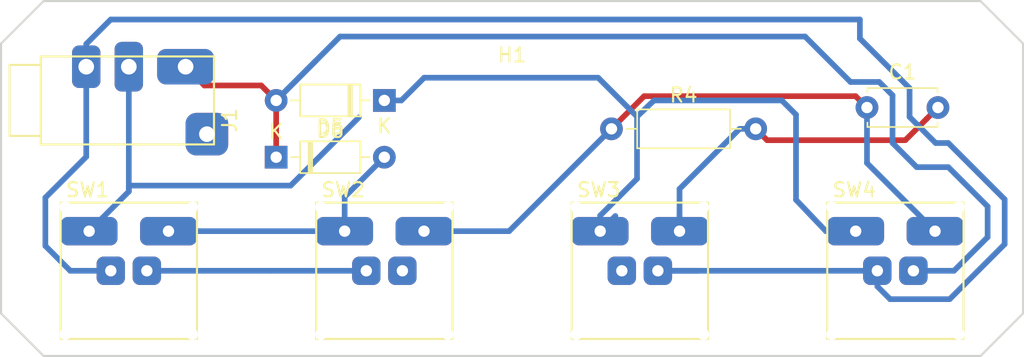
<source format=kicad_pcb>
(kicad_pcb (version 20171130) (host pcbnew "(5.0.1-3-g963ef8bb5)")

  (general
    (thickness 1.6)
    (drawings 8)
    (tracks 82)
    (zones 0)
    (modules 10)
    (nets 7)
  )

  (page A4)
  (layers
    (0 F.Cu signal)
    (31 B.Cu signal)
    (32 B.Adhes user)
    (33 F.Adhes user)
    (34 B.Paste user)
    (35 F.Paste user)
    (36 B.SilkS user)
    (37 F.SilkS user)
    (38 B.Mask user)
    (39 F.Mask user)
    (40 Dwgs.User user)
    (41 Cmts.User user)
    (42 Eco1.User user)
    (43 Eco2.User user)
    (44 Edge.Cuts user)
    (45 Margin user)
    (46 B.CrtYd user)
    (47 F.CrtYd user)
    (48 B.Fab user)
    (49 F.Fab user)
  )

  (setup
    (last_trace_width 0.4)
    (trace_clearance 0.8)
    (zone_clearance 0.508)
    (zone_45_only no)
    (trace_min 0.2)
    (segment_width 0.2)
    (edge_width 0.15)
    (via_size 1)
    (via_drill 0.8)
    (via_min_size 0.4)
    (via_min_drill 0.3)
    (uvia_size 0.3)
    (uvia_drill 0.1)
    (uvias_allowed no)
    (uvia_min_size 0.2)
    (uvia_min_drill 0.1)
    (pcb_text_width 0.3)
    (pcb_text_size 1.5 1.5)
    (mod_edge_width 0.15)
    (mod_text_size 1 1)
    (mod_text_width 0.15)
    (pad_size 1.524 1.524)
    (pad_drill 0.762)
    (pad_to_mask_clearance 0.051)
    (solder_mask_min_width 0.25)
    (aux_axis_origin 0 0)
    (visible_elements FFFFFF7F)
    (pcbplotparams
      (layerselection 0x010fc_ffffffff)
      (usegerberextensions false)
      (usegerberattributes false)
      (usegerberadvancedattributes false)
      (creategerberjobfile false)
      (excludeedgelayer true)
      (linewidth 0.100000)
      (plotframeref false)
      (viasonmask false)
      (mode 1)
      (useauxorigin false)
      (hpglpennumber 1)
      (hpglpenspeed 20)
      (hpglpendiameter 15.000000)
      (psnegative false)
      (psa4output false)
      (plotreference true)
      (plotvalue true)
      (plotinvisibletext false)
      (padsonsilk false)
      (subtractmaskfromsilk false)
      (outputformat 1)
      (mirror false)
      (drillshape 0)
      (scaleselection 1)
      (outputdirectory "./plots"))
  )

  (net 0 "")
  (net 1 "Net-(D5-Pad2)")
  (net 2 "Net-(D6-Pad1)")
  (net 3 "Net-(C1-Pad2)")
  (net 4 "Net-(C1-Pad1)")
  (net 5 "Net-(D5-Pad1)")
  (net 6 "Net-(J1-PadS)")

  (net_class Default "This is the default net class."
    (clearance 0.8)
    (trace_width 0.4)
    (via_dia 1)
    (via_drill 0.8)
    (uvia_dia 0.3)
    (uvia_drill 0.1)
    (add_net "Net-(C1-Pad1)")
    (add_net "Net-(C1-Pad2)")
    (add_net "Net-(D5-Pad1)")
    (add_net "Net-(D5-Pad2)")
    (add_net "Net-(D6-Pad1)")
    (add_net "Net-(J1-PadS)")
  )

  (module Capacitor_THT:C_Disc_D4.7mm_W2.5mm_P5.00mm (layer F.Cu) (tedit 5AE50EF0) (tstamp 5C641A16)
    (at 128 102.5)
    (descr "C, Disc series, Radial, pin pitch=5.00mm, , diameter*width=4.7*2.5mm^2, Capacitor, http://www.vishay.com/docs/45233/krseries.pdf")
    (tags "C Disc series Radial pin pitch 5.00mm  diameter 4.7mm width 2.5mm Capacitor")
    (path /5C6268F8)
    (fp_text reference C1 (at 2.5 -2.5) (layer F.SilkS)
      (effects (font (size 1 1) (thickness 0.15)))
    )
    (fp_text value 0.1uF (at 2.5 2.5) (layer F.Fab)
      (effects (font (size 1 1) (thickness 0.15)))
    )
    (fp_line (start 0.15 -1.25) (end 0.15 1.25) (layer F.Fab) (width 0.1))
    (fp_line (start 0.15 1.25) (end 4.85 1.25) (layer F.Fab) (width 0.1))
    (fp_line (start 4.85 1.25) (end 4.85 -1.25) (layer F.Fab) (width 0.1))
    (fp_line (start 4.85 -1.25) (end 0.15 -1.25) (layer F.Fab) (width 0.1))
    (fp_line (start 0.03 -1.37) (end 4.97 -1.37) (layer F.SilkS) (width 0.12))
    (fp_line (start 0.03 1.37) (end 4.97 1.37) (layer F.SilkS) (width 0.12))
    (fp_line (start 0.03 -1.37) (end 0.03 -1.055) (layer F.SilkS) (width 0.12))
    (fp_line (start 0.03 1.055) (end 0.03 1.37) (layer F.SilkS) (width 0.12))
    (fp_line (start 4.97 -1.37) (end 4.97 -1.055) (layer F.SilkS) (width 0.12))
    (fp_line (start 4.97 1.055) (end 4.97 1.37) (layer F.SilkS) (width 0.12))
    (fp_line (start -1.05 -1.5) (end -1.05 1.5) (layer F.CrtYd) (width 0.05))
    (fp_line (start -1.05 1.5) (end 6.05 1.5) (layer F.CrtYd) (width 0.05))
    (fp_line (start 6.05 1.5) (end 6.05 -1.5) (layer F.CrtYd) (width 0.05))
    (fp_line (start 6.05 -1.5) (end -1.05 -1.5) (layer F.CrtYd) (width 0.05))
    (fp_text user %R (at 2.5 0) (layer F.Fab)
      (effects (font (size 0.94 0.94) (thickness 0.141)))
    )
    (pad 1 thru_hole circle (at 0 0) (size 1.6 1.6) (drill 0.8) (layers *.Cu *.Mask)
      (net 4 "Net-(C1-Pad1)"))
    (pad 2 thru_hole circle (at 5 0) (size 1.6 1.6) (drill 0.8) (layers *.Cu *.Mask)
      (net 3 "Net-(C1-Pad2)"))
    (model ${KISYS3DMOD}/Capacitor_THT.3dshapes/C_Disc_D4.7mm_W2.5mm_P5.00mm.wrl
      (at (xyz 0 0 0))
      (scale (xyz 1 1 1))
      (rotate (xyz 0 0 0))
    )
  )

  (module SW_LightedPush_ITW_Series39 (layer F.Cu) (tedit 5C624FA5) (tstamp 5C63A0D8)
    (at 94 114)
    (path /5C656F01)
    (fp_text reference SW2 (at -2.9 -5.7) (layer F.SilkS)
      (effects (font (size 1 1) (thickness 0.15)))
    )
    (fp_text value SW_Push_LED_Separate (at 0 6.3) (layer F.Fab) hide
      (effects (font (size 1 1) (thickness 0.15)))
    )
    (fp_line (start 4.8 4.8) (end 4.8 -4.8) (layer F.SilkS) (width 0.15))
    (fp_line (start -4.8 4.8) (end 4.8 4.8) (layer F.SilkS) (width 0.15))
    (fp_line (start -4.8 -4.8) (end -4.8 4.8) (layer F.SilkS) (width 0.15))
    (fp_line (start 4.8 -4.8) (end -4.8 -4.8) (layer F.SilkS) (width 0.15))
    (pad "" np_thru_hole circle (at -4.48 -4.48) (size 0.8 0.8) (drill 0.8) (layers *.Cu *.Mask))
    (pad "" np_thru_hole circle (at 4.48 -4.48) (size 0.8 0.8) (drill 0.8) (layers *.Cu *.Mask))
    (pad "" np_thru_hole circle (at -4.48 4.48) (size 0.8 0.8) (drill 0.8) (layers *.Cu *.Mask))
    (pad "" np_thru_hole circle (at 4.48 4.48) (size 0.8 0.8) (drill 0.8) (layers *.Cu *.Mask))
    (pad 4 thru_hole roundrect (at -1.27 0) (size 2 2) (drill 0.8) (layers *.Cu *.Mask) (roundrect_rratio 0.25)
      (net 3 "Net-(C1-Pad2)"))
    (pad 3 thru_hole roundrect (at 1.27 0) (size 2 2) (drill 0.8) (layers *.Cu *.Mask) (roundrect_rratio 0.25)
      (net 6 "Net-(J1-PadS)"))
    (pad 2 thru_hole roundrect (at 2.795 -2.79) (size 4 2) (drill 0.8) (layers *.Cu *.Mask) (roundrect_rratio 0.25)
      (net 4 "Net-(C1-Pad1)"))
    (pad 1 thru_hole roundrect (at -2.795 -2.79) (size 4 2) (drill 0.8) (layers *.Cu *.Mask) (roundrect_rratio 0.25)
      (net 1 "Net-(D5-Pad2)"))
  )

  (module SW_LightedPush_ITW_Series39 (layer F.Cu) (tedit 5C624FA5) (tstamp 5C63A0F6)
    (at 130 114)
    (path /5C6597F9)
    (fp_text reference SW4 (at -2.9 -5.7) (layer F.SilkS)
      (effects (font (size 1 1) (thickness 0.15)))
    )
    (fp_text value SW_Push_LED_Separate (at 0 6.3) (layer F.Fab) hide
      (effects (font (size 1 1) (thickness 0.15)))
    )
    (fp_line (start 4.8 4.8) (end 4.8 -4.8) (layer F.SilkS) (width 0.15))
    (fp_line (start -4.8 4.8) (end 4.8 4.8) (layer F.SilkS) (width 0.15))
    (fp_line (start -4.8 -4.8) (end -4.8 4.8) (layer F.SilkS) (width 0.15))
    (fp_line (start 4.8 -4.8) (end -4.8 -4.8) (layer F.SilkS) (width 0.15))
    (pad "" np_thru_hole circle (at -4.48 -4.48) (size 0.8 0.8) (drill 0.8) (layers *.Cu *.Mask))
    (pad "" np_thru_hole circle (at 4.48 -4.48) (size 0.8 0.8) (drill 0.8) (layers *.Cu *.Mask))
    (pad "" np_thru_hole circle (at -4.48 4.48) (size 0.8 0.8) (drill 0.8) (layers *.Cu *.Mask))
    (pad "" np_thru_hole circle (at 4.48 4.48) (size 0.8 0.8) (drill 0.8) (layers *.Cu *.Mask))
    (pad 4 thru_hole roundrect (at -1.27 0) (size 2 2) (drill 0.8) (layers *.Cu *.Mask) (roundrect_rratio 0.25)
      (net 6 "Net-(J1-PadS)"))
    (pad 3 thru_hole roundrect (at 1.27 0) (size 2 2) (drill 0.8) (layers *.Cu *.Mask) (roundrect_rratio 0.25)
      (net 5 "Net-(D5-Pad1)"))
    (pad 2 thru_hole roundrect (at 2.795 -2.79) (size 4 2) (drill 0.8) (layers *.Cu *.Mask) (roundrect_rratio 0.25)
      (net 4 "Net-(C1-Pad1)"))
    (pad 1 thru_hole roundrect (at -2.795 -2.79) (size 4 2) (drill 0.8) (layers *.Cu *.Mask) (roundrect_rratio 0.25)
      (net 2 "Net-(D6-Pad1)"))
  )

  (module SW_LightedPush_ITW_Series39 (layer F.Cu) (tedit 5C624FA5) (tstamp 5C63A0E7)
    (at 112 114)
    (path /5C6582DF)
    (fp_text reference SW3 (at -2.9 -5.7) (layer F.SilkS)
      (effects (font (size 1 1) (thickness 0.15)))
    )
    (fp_text value SW_Push_LED_Separate (at 0 6.3) (layer F.Fab) hide
      (effects (font (size 1 1) (thickness 0.15)))
    )
    (fp_line (start 4.8 -4.8) (end -4.8 -4.8) (layer F.SilkS) (width 0.15))
    (fp_line (start -4.8 -4.8) (end -4.8 4.8) (layer F.SilkS) (width 0.15))
    (fp_line (start -4.8 4.8) (end 4.8 4.8) (layer F.SilkS) (width 0.15))
    (fp_line (start 4.8 4.8) (end 4.8 -4.8) (layer F.SilkS) (width 0.15))
    (pad 1 thru_hole roundrect (at -2.795 -2.79) (size 4 2) (drill 0.8) (layers *.Cu *.Mask) (roundrect_rratio 0.25)
      (net 2 "Net-(D6-Pad1)"))
    (pad 2 thru_hole roundrect (at 2.795 -2.79) (size 4 2) (drill 0.8) (layers *.Cu *.Mask) (roundrect_rratio 0.25)
      (net 3 "Net-(C1-Pad2)"))
    (pad 3 thru_hole roundrect (at 1.27 0) (size 2 2) (drill 0.8) (layers *.Cu *.Mask) (roundrect_rratio 0.25)
      (net 6 "Net-(J1-PadS)"))
    (pad 4 thru_hole roundrect (at -1.27 0) (size 2 2) (drill 0.8) (layers *.Cu *.Mask) (roundrect_rratio 0.25)
      (net 5 "Net-(D5-Pad1)"))
    (pad "" np_thru_hole circle (at 4.48 4.48) (size 0.8 0.8) (drill 0.8) (layers *.Cu *.Mask))
    (pad "" np_thru_hole circle (at -4.48 4.48) (size 0.8 0.8) (drill 0.8) (layers *.Cu *.Mask))
    (pad "" np_thru_hole circle (at 4.48 -4.48) (size 0.8 0.8) (drill 0.8) (layers *.Cu *.Mask))
    (pad "" np_thru_hole circle (at -4.48 -4.48) (size 0.8 0.8) (drill 0.8) (layers *.Cu *.Mask))
  )

  (module Diode_THT:D_DO-35_SOD27_P7.62mm_Horizontal (layer F.Cu) (tedit 5AE50CD5) (tstamp 5C639734)
    (at 86.38 106)
    (descr "Diode, DO-35_SOD27 series, Axial, Horizontal, pin pitch=7.62mm, , length*diameter=4*2mm^2, , http://www.diodes.com/_files/packages/DO-35.pdf")
    (tags "Diode DO-35_SOD27 series Axial Horizontal pin pitch 7.62mm  length 4mm diameter 2mm")
    (path /5C5F5DB6)
    (fp_text reference D5 (at 3.81 -2.12) (layer F.SilkS)
      (effects (font (size 1 1) (thickness 0.15)))
    )
    (fp_text value 1N4001 (at 1 2) (layer F.Fab)
      (effects (font (size 1 1) (thickness 0.15)))
    )
    (fp_text user K (at 0 -1.8) (layer F.SilkS)
      (effects (font (size 1 1) (thickness 0.15)))
    )
    (fp_text user K (at 0 -1.8) (layer F.Fab)
      (effects (font (size 1 1) (thickness 0.15)))
    )
    (fp_text user %R (at 5.81 0) (layer F.Fab)
      (effects (font (size 0.8 0.8) (thickness 0.12)))
    )
    (fp_line (start 8.67 -1.25) (end -1.05 -1.25) (layer F.CrtYd) (width 0.05))
    (fp_line (start 8.67 1.25) (end 8.67 -1.25) (layer F.CrtYd) (width 0.05))
    (fp_line (start -1.05 1.25) (end 8.67 1.25) (layer F.CrtYd) (width 0.05))
    (fp_line (start -1.05 -1.25) (end -1.05 1.25) (layer F.CrtYd) (width 0.05))
    (fp_line (start 2.29 -1.12) (end 2.29 1.12) (layer F.SilkS) (width 0.12))
    (fp_line (start 2.53 -1.12) (end 2.53 1.12) (layer F.SilkS) (width 0.12))
    (fp_line (start 2.41 -1.12) (end 2.41 1.12) (layer F.SilkS) (width 0.12))
    (fp_line (start 6.58 0) (end 5.93 0) (layer F.SilkS) (width 0.12))
    (fp_line (start 1.04 0) (end 1.69 0) (layer F.SilkS) (width 0.12))
    (fp_line (start 5.93 -1.12) (end 1.69 -1.12) (layer F.SilkS) (width 0.12))
    (fp_line (start 5.93 1.12) (end 5.93 -1.12) (layer F.SilkS) (width 0.12))
    (fp_line (start 1.69 1.12) (end 5.93 1.12) (layer F.SilkS) (width 0.12))
    (fp_line (start 1.69 -1.12) (end 1.69 1.12) (layer F.SilkS) (width 0.12))
    (fp_line (start 2.31 -1) (end 2.31 1) (layer F.Fab) (width 0.1))
    (fp_line (start 2.51 -1) (end 2.51 1) (layer F.Fab) (width 0.1))
    (fp_line (start 2.41 -1) (end 2.41 1) (layer F.Fab) (width 0.1))
    (fp_line (start 7.62 0) (end 5.81 0) (layer F.Fab) (width 0.1))
    (fp_line (start 0 0) (end 1.81 0) (layer F.Fab) (width 0.1))
    (fp_line (start 5.81 -1) (end 1.81 -1) (layer F.Fab) (width 0.1))
    (fp_line (start 5.81 1) (end 5.81 -1) (layer F.Fab) (width 0.1))
    (fp_line (start 1.81 1) (end 5.81 1) (layer F.Fab) (width 0.1))
    (fp_line (start 1.81 -1) (end 1.81 1) (layer F.Fab) (width 0.1))
    (pad 2 thru_hole oval (at 7.62 0) (size 1.6 1.6) (drill 0.8) (layers *.Cu *.Mask)
      (net 1 "Net-(D5-Pad2)"))
    (pad 1 thru_hole rect (at 0 0) (size 1.6 1.6) (drill 0.8) (layers *.Cu *.Mask)
      (net 5 "Net-(D5-Pad1)"))
    (model ${KISYS3DMOD}/Diode_THT.3dshapes/D_DO-35_SOD27_P7.62mm_Horizontal.wrl
      (at (xyz 0 0 0))
      (scale (xyz 1 1 1))
      (rotate (xyz 0 0 0))
    )
  )

  (module SW_LightedPush_ITW_Series39 (layer F.Cu) (tedit 5C624FA5) (tstamp 5C63A0C9)
    (at 76 114)
    (path /5C653A43)
    (fp_text reference SW1 (at -2.9 -5.7) (layer F.SilkS)
      (effects (font (size 1 1) (thickness 0.15)))
    )
    (fp_text value SW_Push_LED_Separate (at 0 6.3) (layer F.Fab) hide
      (effects (font (size 1 1) (thickness 0.15)))
    )
    (fp_line (start 4.8 -4.8) (end -4.8 -4.8) (layer F.SilkS) (width 0.15))
    (fp_line (start -4.8 -4.8) (end -4.8 4.8) (layer F.SilkS) (width 0.15))
    (fp_line (start -4.8 4.8) (end 4.8 4.8) (layer F.SilkS) (width 0.15))
    (fp_line (start 4.8 4.8) (end 4.8 -4.8) (layer F.SilkS) (width 0.15))
    (pad 1 thru_hole roundrect (at -2.795 -2.79) (size 4 2) (drill 0.8) (layers *.Cu *.Mask) (roundrect_rratio 0.25)
      (net 3 "Net-(C1-Pad2)"))
    (pad 2 thru_hole roundrect (at 2.795 -2.79) (size 4 2) (drill 0.8) (layers *.Cu *.Mask) (roundrect_rratio 0.25)
      (net 1 "Net-(D5-Pad2)"))
    (pad 3 thru_hole roundrect (at 1.27 0) (size 2 2) (drill 0.8) (layers *.Cu *.Mask) (roundrect_rratio 0.25)
      (net 3 "Net-(C1-Pad2)"))
    (pad 4 thru_hole roundrect (at -1.27 0) (size 2 2) (drill 0.8) (layers *.Cu *.Mask) (roundrect_rratio 0.25)
      (net 6 "Net-(J1-PadS)"))
    (pad "" np_thru_hole circle (at 4.48 4.48) (size 0.8 0.8) (drill 0.8) (layers *.Cu *.Mask))
    (pad "" np_thru_hole circle (at -4.48 4.48) (size 0.8 0.8) (drill 0.8) (layers *.Cu *.Mask))
    (pad "" np_thru_hole circle (at 4.48 -4.48) (size 0.8 0.8) (drill 0.8) (layers *.Cu *.Mask))
    (pad "" np_thru_hole circle (at -4.48 -4.48) (size 0.8 0.8) (drill 0.8) (layers *.Cu *.Mask))
  )

  (module MountingHole:MountingHole_3.2mm_M3 (layer F.Cu) (tedit 56D1B4CB) (tstamp 5C63A008)
    (at 103 103)
    (descr "Mounting Hole 3.2mm, no annular, M3")
    (tags "mounting hole 3.2mm no annular m3")
    (path /5C6B4AE7)
    (attr virtual)
    (fp_text reference H1 (at 0 -4.2) (layer F.SilkS)
      (effects (font (size 1 1) (thickness 0.15)))
    )
    (fp_text value MountingHole (at 0 4.2) (layer F.Fab)
      (effects (font (size 1 1) (thickness 0.15)))
    )
    (fp_text user %R (at 0.3 0) (layer F.Fab)
      (effects (font (size 1 1) (thickness 0.15)))
    )
    (fp_circle (center 0 0) (end 3.2 0) (layer Cmts.User) (width 0.15))
    (fp_circle (center 0 0) (end 3.45 0) (layer F.CrtYd) (width 0.05))
    (pad 1 np_thru_hole circle (at 0 0) (size 3.2 3.2) (drill 3.2) (layers *.Cu *.Mask))
  )

  (module Resistor_THT:R_Axial_DIN0207_L6.3mm_D2.5mm_P10.16mm_Horizontal (layer F.Cu) (tedit 5AE5139B) (tstamp 5C63A31A)
    (at 110 104)
    (descr "Resistor, Axial_DIN0207 series, Axial, Horizontal, pin pitch=10.16mm, 0.25W = 1/4W, length*diameter=6.3*2.5mm^2, http://cdn-reichelt.de/documents/datenblatt/B400/1_4W%23YAG.pdf")
    (tags "Resistor Axial_DIN0207 series Axial Horizontal pin pitch 10.16mm 0.25W = 1/4W length 6.3mm diameter 2.5mm")
    (path /5C62D0E3)
    (fp_text reference R4 (at 5.08 -2.37) (layer F.SilkS)
      (effects (font (size 1 1) (thickness 0.15)))
    )
    (fp_text value 10k (at 5.08 2.37) (layer F.Fab)
      (effects (font (size 1 1) (thickness 0.15)))
    )
    (fp_text user %R (at 5.08 0) (layer F.Fab)
      (effects (font (size 1 1) (thickness 0.15)))
    )
    (fp_line (start 11.21 -1.5) (end -1.05 -1.5) (layer F.CrtYd) (width 0.05))
    (fp_line (start 11.21 1.5) (end 11.21 -1.5) (layer F.CrtYd) (width 0.05))
    (fp_line (start -1.05 1.5) (end 11.21 1.5) (layer F.CrtYd) (width 0.05))
    (fp_line (start -1.05 -1.5) (end -1.05 1.5) (layer F.CrtYd) (width 0.05))
    (fp_line (start 9.12 0) (end 8.35 0) (layer F.SilkS) (width 0.12))
    (fp_line (start 1.04 0) (end 1.81 0) (layer F.SilkS) (width 0.12))
    (fp_line (start 8.35 -1.37) (end 1.81 -1.37) (layer F.SilkS) (width 0.12))
    (fp_line (start 8.35 1.37) (end 8.35 -1.37) (layer F.SilkS) (width 0.12))
    (fp_line (start 1.81 1.37) (end 8.35 1.37) (layer F.SilkS) (width 0.12))
    (fp_line (start 1.81 -1.37) (end 1.81 1.37) (layer F.SilkS) (width 0.12))
    (fp_line (start 10.16 0) (end 8.23 0) (layer F.Fab) (width 0.1))
    (fp_line (start 0 0) (end 1.93 0) (layer F.Fab) (width 0.1))
    (fp_line (start 8.23 -1.25) (end 1.93 -1.25) (layer F.Fab) (width 0.1))
    (fp_line (start 8.23 1.25) (end 8.23 -1.25) (layer F.Fab) (width 0.1))
    (fp_line (start 1.93 1.25) (end 8.23 1.25) (layer F.Fab) (width 0.1))
    (fp_line (start 1.93 -1.25) (end 1.93 1.25) (layer F.Fab) (width 0.1))
    (pad 2 thru_hole oval (at 10.16 0) (size 1.6 1.6) (drill 0.8) (layers *.Cu *.Mask)
      (net 3 "Net-(C1-Pad2)"))
    (pad 1 thru_hole circle (at 0 0) (size 1.6 1.6) (drill 0.8) (layers *.Cu *.Mask)
      (net 4 "Net-(C1-Pad1)"))
    (model ${KISYS3DMOD}/Resistor_THT.3dshapes/R_Axial_DIN0207_L6.3mm_D2.5mm_P10.16mm_Horizontal.wrl
      (at (xyz 0 0 0))
      (scale (xyz 1 1 1))
      (rotate (xyz 0 0 0))
    )
  )

  (module 4button-3wire:Jack_3.5mm_7mmSpacing (layer F.Cu) (tedit 5C6256B9) (tstamp 5C63A3D0)
    (at 82 102 90)
    (path /5C5E08C4)
    (fp_text reference J1 (at -1.4 1.1 90) (layer F.SilkS)
      (effects (font (size 1 1) (thickness 0.15)))
    )
    (fp_text value "PCB Audio Jack" (at 0 2.75 90) (layer F.Fab) hide
      (effects (font (size 1 1) (thickness 0.15)))
    )
    (fp_line (start 2.5 -14.4) (end 2.5 -12.2) (layer F.SilkS) (width 0.15))
    (fp_line (start -2.5 -14.4) (end 2.5 -14.4) (layer F.SilkS) (width 0.15))
    (fp_line (start -2.5 -12.2) (end -2.5 -14.4) (layer F.SilkS) (width 0.15))
    (fp_line (start -3.1 0) (end -3.1 -12.2) (layer F.SilkS) (width 0.15))
    (fp_line (start 3.1 0) (end -3.1 0) (layer F.SilkS) (width 0.15))
    (fp_line (start 3.1 -12.2) (end 3.1 0) (layer F.SilkS) (width 0.15))
    (fp_line (start -3.1 -12.2) (end 3.1 -12.2) (layer F.SilkS) (width 0.15))
    (pad "" np_thru_hole circle (at 0 -3.5 90) (size 0.85 0.85) (drill 0.85) (layers *.Cu *.Mask))
    (pad "" np_thru_hole circle (at 0 -10.5 90) (size 0.85 0.85) (drill 0.85) (layers *.Cu *.Mask))
    (pad X thru_hole roundrect (at -2.375 -0.5 90) (size 3 3) (drill 1.1) (layers *.Cu *.Mask) (roundrect_rratio 0.25))
    (pad T thru_hole roundrect (at 2.375 -2 90) (size 2.5 4) (drill 1.1) (layers *.Cu *.Mask) (roundrect_rratio 0.25)
      (net 5 "Net-(D5-Pad1)"))
    (pad R thru_hole roundrect (at 2.375 -6 90) (size 3.5 2) (drill 1.1) (layers *.Cu *.Mask) (roundrect_rratio 0.25)
      (net 3 "Net-(C1-Pad2)"))
    (pad S thru_hole roundrect (at 2.375 -9 90) (size 3 2) (drill 1.1) (layers *.Cu *.Mask) (roundrect_rratio 0.25)
      (net 6 "Net-(J1-PadS)"))
  )

  (module Diode_THT:D_DO-35_SOD27_P7.62mm_Horizontal (layer F.Cu) (tedit 5AE50CD5) (tstamp 5C63BB47)
    (at 94 102 180)
    (descr "Diode, DO-35_SOD27 series, Axial, Horizontal, pin pitch=7.62mm, , length*diameter=4*2mm^2, , http://www.diodes.com/_files/packages/DO-35.pdf")
    (tags "Diode DO-35_SOD27 series Axial Horizontal pin pitch 7.62mm  length 4mm diameter 2mm")
    (path /5C5F617E)
    (fp_text reference D6 (at 3.81 -2.12 180) (layer F.SilkS)
      (effects (font (size 1 1) (thickness 0.15)))
    )
    (fp_text value 1N4001 (at 3.81 2.12 180) (layer F.Fab)
      (effects (font (size 1 1) (thickness 0.15)))
    )
    (fp_text user K (at 0 -1.8 180) (layer F.SilkS)
      (effects (font (size 1 1) (thickness 0.15)))
    )
    (fp_text user K (at 0 -1.8 180) (layer F.Fab)
      (effects (font (size 1 1) (thickness 0.15)))
    )
    (fp_text user %R (at 4.11 0 180) (layer F.Fab)
      (effects (font (size 0.8 0.8) (thickness 0.12)))
    )
    (fp_line (start 8.67 -1.25) (end -1.05 -1.25) (layer F.CrtYd) (width 0.05))
    (fp_line (start 8.67 1.25) (end 8.67 -1.25) (layer F.CrtYd) (width 0.05))
    (fp_line (start -1.05 1.25) (end 8.67 1.25) (layer F.CrtYd) (width 0.05))
    (fp_line (start -1.05 -1.25) (end -1.05 1.25) (layer F.CrtYd) (width 0.05))
    (fp_line (start 2.29 -1.12) (end 2.29 1.12) (layer F.SilkS) (width 0.12))
    (fp_line (start 2.53 -1.12) (end 2.53 1.12) (layer F.SilkS) (width 0.12))
    (fp_line (start 2.41 -1.12) (end 2.41 1.12) (layer F.SilkS) (width 0.12))
    (fp_line (start 6.58 0) (end 5.93 0) (layer F.SilkS) (width 0.12))
    (fp_line (start 1.04 0) (end 1.69 0) (layer F.SilkS) (width 0.12))
    (fp_line (start 5.93 -1.12) (end 1.69 -1.12) (layer F.SilkS) (width 0.12))
    (fp_line (start 5.93 1.12) (end 5.93 -1.12) (layer F.SilkS) (width 0.12))
    (fp_line (start 1.69 1.12) (end 5.93 1.12) (layer F.SilkS) (width 0.12))
    (fp_line (start 1.69 -1.12) (end 1.69 1.12) (layer F.SilkS) (width 0.12))
    (fp_line (start 2.31 -1) (end 2.31 1) (layer F.Fab) (width 0.1))
    (fp_line (start 2.51 -1) (end 2.51 1) (layer F.Fab) (width 0.1))
    (fp_line (start 2.41 -1) (end 2.41 1) (layer F.Fab) (width 0.1))
    (fp_line (start 7.62 0) (end 5.81 0) (layer F.Fab) (width 0.1))
    (fp_line (start 0 0) (end 1.81 0) (layer F.Fab) (width 0.1))
    (fp_line (start 5.81 -1) (end 1.81 -1) (layer F.Fab) (width 0.1))
    (fp_line (start 5.81 1) (end 5.81 -1) (layer F.Fab) (width 0.1))
    (fp_line (start 1.81 1) (end 5.81 1) (layer F.Fab) (width 0.1))
    (fp_line (start 1.81 -1) (end 1.81 1) (layer F.Fab) (width 0.1))
    (pad 2 thru_hole oval (at 7.62 0 180) (size 1.6 1.6) (drill 0.8) (layers *.Cu *.Mask)
      (net 5 "Net-(D5-Pad1)"))
    (pad 1 thru_hole rect (at 0 0 180) (size 1.6 1.6) (drill 0.8) (layers *.Cu *.Mask)
      (net 2 "Net-(D6-Pad1)"))
    (model ${KISYS3DMOD}/Diode_THT.3dshapes/D_DO-35_SOD27_P7.62mm_Horizontal.wrl
      (at (xyz 0 0 0))
      (scale (xyz 1 1 1))
      (rotate (xyz 0 0 0))
    )
  )

  (gr_line (start 136 120) (end 139 117) (layer Edge.Cuts) (width 0.15))
  (gr_line (start 136 95) (end 139 98) (layer Edge.Cuts) (width 0.15))
  (gr_line (start 70 120) (end 67 117) (layer Edge.Cuts) (width 0.15))
  (gr_line (start 70 95) (end 67 98) (layer Edge.Cuts) (width 0.15))
  (gr_line (start 136 120) (end 70 120) (layer Edge.Cuts) (width 0.15))
  (gr_line (start 139 98) (end 139 117) (layer Edge.Cuts) (width 0.15))
  (gr_line (start 70 95) (end 136 95) (layer Edge.Cuts) (width 0.15) (tstamp 5C63A8B0))
  (gr_line (start 67 117) (end 67 98) (layer Edge.Cuts) (width 0.15))

  (segment (start 80.895 111.21) (end 91.205 111.21) (width 0.4) (layer B.Cu) (net 1))
  (segment (start 78.795 111.21) (end 80.895 111.21) (width 0.4) (layer B.Cu) (net 1))
  (segment (start 91.205 108.795) (end 91.205 111.21) (width 0.4) (layer B.Cu) (net 1))
  (segment (start 94 106) (end 91.205 108.795) (width 0.4) (layer B.Cu) (net 1))
  (segment (start 110.27571 110.13929) (end 109.205 111.21) (width 0.4) (layer B.Cu) (net 2))
  (segment (start 95.2 102) (end 94 102) (width 0.4) (layer B.Cu) (net 2))
  (segment (start 96.800001 100.399999) (end 95.2 102) (width 0.4) (layer B.Cu) (net 2))
  (segment (start 109.064001 100.399999) (end 96.800001 100.399999) (width 0.4) (layer B.Cu) (net 2))
  (segment (start 111.800001 103.135999) (end 109.064001 100.399999) (width 0.4) (layer B.Cu) (net 2))
  (segment (start 111.800001 107.514999) (end 111.800001 103.135999) (width 0.4) (layer B.Cu) (net 2))
  (segment (start 109.205 110.11) (end 111.800001 107.514999) (width 0.4) (layer B.Cu) (net 2))
  (segment (start 109.205 111.21) (end 109.205 110.11) (width 0.4) (layer B.Cu) (net 2))
  (segment (start 113 102) (end 111.800001 103.135999) (width 0.4) (layer B.Cu) (net 2))
  (segment (start 122 102) (end 113 102) (width 0.4) (layer B.Cu) (net 2))
  (segment (start 123 103) (end 122 102) (width 0.4) (layer B.Cu) (net 2))
  (segment (start 123 109) (end 123 103) (width 0.4) (layer B.Cu) (net 2))
  (segment (start 125.105 111.21) (end 123 109) (width 0.4) (layer B.Cu) (net 2))
  (segment (start 127.205 111.21) (end 125.105 111.21) (width 0.4) (layer B.Cu) (net 2))
  (segment (start 77.27 114) (end 86 114) (width 0.4) (layer B.Cu) (net 3))
  (segment (start 86 114) (end 92.73 114) (width 0.4) (layer B.Cu) (net 3))
  (segment (start 76 108.415) (end 73.205 111.21) (width 0.4) (layer B.Cu) (net 3))
  (segment (start 76 108) (end 76 108.415) (width 0.4) (layer B.Cu) (net 3))
  (segment (start 76 108) (end 87.400002 108) (width 0.4) (layer B.Cu) (net 3))
  (segment (start 87.400002 108) (end 92.199999 103.200003) (width 0.4) (layer B.Cu) (net 3))
  (segment (start 76 99.625) (end 76 108.415) (width 0.4) (layer B.Cu) (net 3))
  (segment (start 114.795 110.11) (end 114.795 111.21) (width 0.4) (layer B.Cu) (net 3))
  (segment (start 119.02863 104) (end 114.795 108.23363) (width 0.4) (layer B.Cu) (net 3))
  (segment (start 114.795 108.23363) (end 114.795 110.11) (width 0.4) (layer B.Cu) (net 3))
  (segment (start 120.16 104) (end 119.02863 104) (width 0.4) (layer B.Cu) (net 3))
  (segment (start 132.200001 103.299999) (end 133 102.5) (width 0.4) (layer F.Cu) (net 3))
  (segment (start 130.700001 104.799999) (end 132.200001 103.299999) (width 0.4) (layer F.Cu) (net 3))
  (segment (start 120.959999 104.799999) (end 130.700001 104.799999) (width 0.4) (layer F.Cu) (net 3))
  (segment (start 120.16 104) (end 120.959999 104.799999) (width 0.4) (layer F.Cu) (net 3))
  (segment (start 102.79 111.21) (end 96.795 111.21) (width 0.4) (layer B.Cu) (net 4))
  (segment (start 110 104) (end 102.79 111.21) (width 0.4) (layer B.Cu) (net 4))
  (segment (start 132.795 111.21) (end 128 106.415) (width 0.4) (layer B.Cu) (net 4))
  (segment (start 128 106.415) (end 128 102.5) (width 0.4) (layer B.Cu) (net 4))
  (segment (start 127.200001 101.700001) (end 128 102.5) (width 0.4) (layer F.Cu) (net 4))
  (segment (start 112.299999 101.700001) (end 127.200001 101.700001) (width 0.4) (layer F.Cu) (net 4))
  (segment (start 110 104) (end 112.299999 101.700001) (width 0.4) (layer F.Cu) (net 4))
  (segment (start 80.625 100) (end 80 100.625) (width 0.4) (layer B.Cu) (net 5))
  (segment (start 85.32571 100.94571) (end 85.580001 101.200001) (width 0.4) (layer F.Cu) (net 5))
  (segment (start 81.32071 100.94571) (end 85.32571 100.94571) (width 0.4) (layer F.Cu) (net 5))
  (segment (start 85.580001 101.200001) (end 86.38 102) (width 0.4) (layer F.Cu) (net 5))
  (segment (start 80 99.625) (end 81.32071 100.94571) (width 0.4) (layer F.Cu) (net 5))
  (segment (start 86.38 102) (end 86.38 106) (width 0.4) (layer F.Cu) (net 5))
  (segment (start 86.38 102) (end 89.180001 99.199999) (width 0.4) (layer B.Cu) (net 5))
  (segment (start 131.27 114) (end 134.126334 114) (width 0.4) (layer B.Cu) (net 5))
  (segment (start 134.126334 114) (end 136.5 111.626334) (width 0.4) (layer B.Cu) (net 5))
  (segment (start 133.732013 106.700011) (end 131.50294 106.700011) (width 0.4) (layer B.Cu) (net 5))
  (segment (start 136.5 109.467998) (end 133.732013 106.700011) (width 0.4) (layer B.Cu) (net 5))
  (segment (start 129.800001 104.997072) (end 129.800001 101.635999) (width 0.4) (layer B.Cu) (net 5))
  (segment (start 131.50294 106.700011) (end 129.800001 104.997072) (width 0.4) (layer B.Cu) (net 5))
  (segment (start 90.88 97.5) (end 87.179999 101.200001) (width 0.4) (layer B.Cu) (net 5))
  (segment (start 126.838925 100.699999) (end 123.638926 97.5) (width 0.4) (layer B.Cu) (net 5))
  (segment (start 128.864001 100.699999) (end 126.838925 100.699999) (width 0.4) (layer B.Cu) (net 5))
  (segment (start 129.800001 101.635999) (end 128.864001 100.699999) (width 0.4) (layer B.Cu) (net 5))
  (segment (start 123.638926 97.5) (end 90.88 97.5) (width 0.4) (layer B.Cu) (net 5))
  (segment (start 136.5 111.626334) (end 136.5 109.467998) (width 0.4) (layer B.Cu) (net 5))
  (segment (start 87.179999 101.200001) (end 86.38 102) (width 0.4) (layer B.Cu) (net 5))
  (segment (start 113.27 114) (end 128.73 114) (width 0.4) (layer B.Cu) (net 6))
  (segment (start 114.37 114) (end 113.27 114) (width 0.4) (layer B.Cu) (net 6))
  (segment (start 116.126334 114) (end 114.37 114) (width 0.4) (layer B.Cu) (net 6))
  (segment (start 73 105.967998) (end 73 99.625) (width 0.4) (layer B.Cu) (net 6))
  (segment (start 70.119999 108.847999) (end 73 105.967998) (width 0.4) (layer B.Cu) (net 6))
  (segment (start 70.119999 112.246333) (end 70.119999 108.847999) (width 0.4) (layer B.Cu) (net 6))
  (segment (start 71.873666 114) (end 70.119999 112.246333) (width 0.4) (layer B.Cu) (net 6))
  (segment (start 74.73 114) (end 71.873666 114) (width 0.4) (layer B.Cu) (net 6))
  (segment (start 73 98.025) (end 74.725009 96.299991) (width 0.4) (layer B.Cu) (net 6))
  (segment (start 73 99.625) (end 73 98.025) (width 0.4) (layer B.Cu) (net 6))
  (segment (start 129.63001 116.00001) (end 128.73 115.1) (width 0.4) (layer B.Cu) (net 6))
  (segment (start 128.73 115.1) (end 128.73 114) (width 0.4) (layer B.Cu) (net 6))
  (segment (start 137.700011 112.123394) (end 133.823395 116.00001) (width 0.4) (layer B.Cu) (net 6))
  (segment (start 133.823395 116.00001) (end 129.63001 116.00001) (width 0.4) (layer B.Cu) (net 6))
  (segment (start 137.700011 112.123394) (end 137.700009 108.970937) (width 0.4) (layer B.Cu) (net 6))
  (segment (start 137.700009 108.970937) (end 133.729072 105) (width 0.4) (layer B.Cu) (net 6))
  (segment (start 127.5 97.638927) (end 127.5 96.299991) (width 0.4) (layer B.Cu) (net 6))
  (segment (start 131.000012 101.138939) (end 127.5 97.638927) (width 0.4) (layer B.Cu) (net 6))
  (segment (start 132.835998 105) (end 131.000012 103.164014) (width 0.4) (layer B.Cu) (net 6))
  (segment (start 74.725009 96.299991) (end 127.5 96.299991) (width 0.4) (layer B.Cu) (net 6))
  (segment (start 133.729072 105) (end 132.835998 105) (width 0.4) (layer B.Cu) (net 6))
  (segment (start 131.000012 103.164014) (end 131.000012 101.138939) (width 0.4) (layer B.Cu) (net 6))

)

</source>
